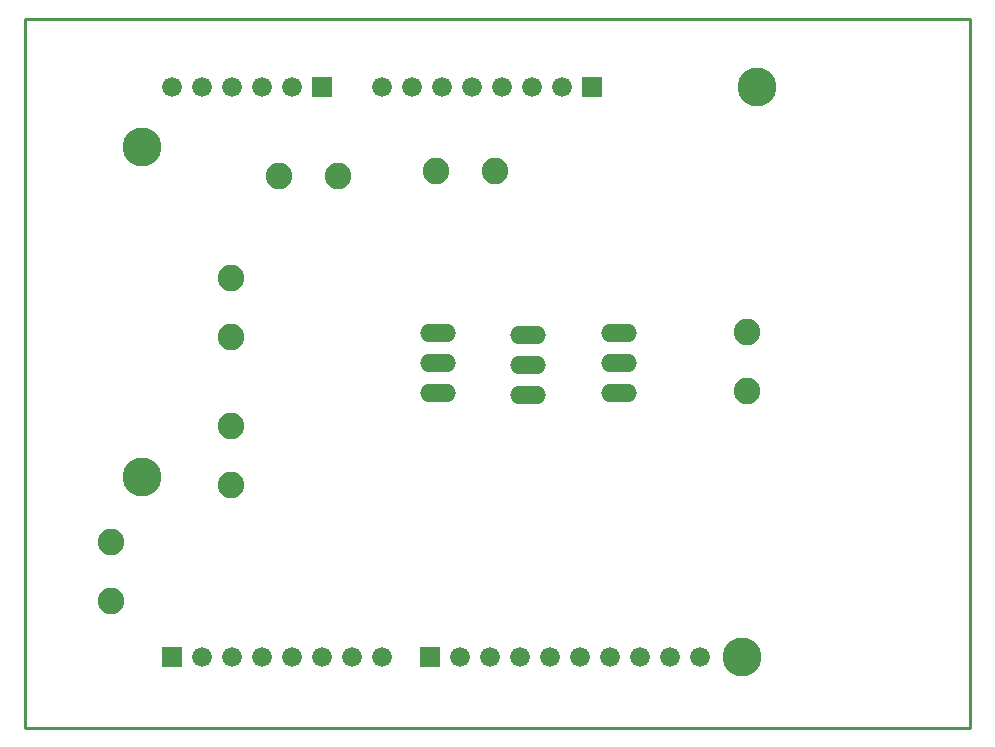
<source format=gtl>
%FSTAX23Y23*%
%MOIN*%
%SFA1B1*%

%IPPOS*%
%ADD13C,0.010000*%
%ADD19C,0.088582*%
%ADD20O,0.120000X0.060000*%
%ADD21C,0.066000*%
%ADD22R,0.066000X0.066000*%
%ADD23C,0.129921*%
%LNpcb_t3-1*%
%LPD*%
G54D13*
X0Y0D02*
X03149D01*
X0Y02362D02*
X03149D01*
Y0D02*
Y02362D01*
X0Y0D02*
Y02362D01*
G54D19*
X00285Y00421D03*
Y00618D03*
X00685Y01005D03*
Y00808D03*
X01043Y0184D03*
X00846D03*
X01566Y01855D03*
X0137D03*
X02405Y0132D03*
Y01123D03*
X00685Y01301D03*
Y01498D03*
G54D20*
X0198Y01115D03*
Y01215D03*
Y01315D03*
X01675Y0111D03*
Y0121D03*
Y0131D03*
X01375Y01115D03*
Y01215D03*
Y01315D03*
G54D21*
X0159Y02135D03*
X0149D03*
X0089D03*
X0079D03*
X0069D03*
X0059D03*
X0049D03*
X0205Y00235D03*
X0059D03*
X0069D03*
X0079D03*
X0089D03*
X0099D03*
X0109D03*
X0119D03*
X0145D03*
X0155D03*
X0165D03*
X0175D03*
X0185D03*
X0139Y02135D03*
X0129D03*
X0195Y00235D03*
X0169Y02135D03*
X0119D03*
X0215Y00235D03*
X0225D03*
X0179Y02135D03*
G54D22*
X0099Y02135D03*
X0049Y00235D03*
X0135D03*
X0189Y02135D03*
G54D23*
X0039Y00835D03*
Y01935D03*
X0239Y00235D03*
X0244Y02135D03*
M02*
</source>
